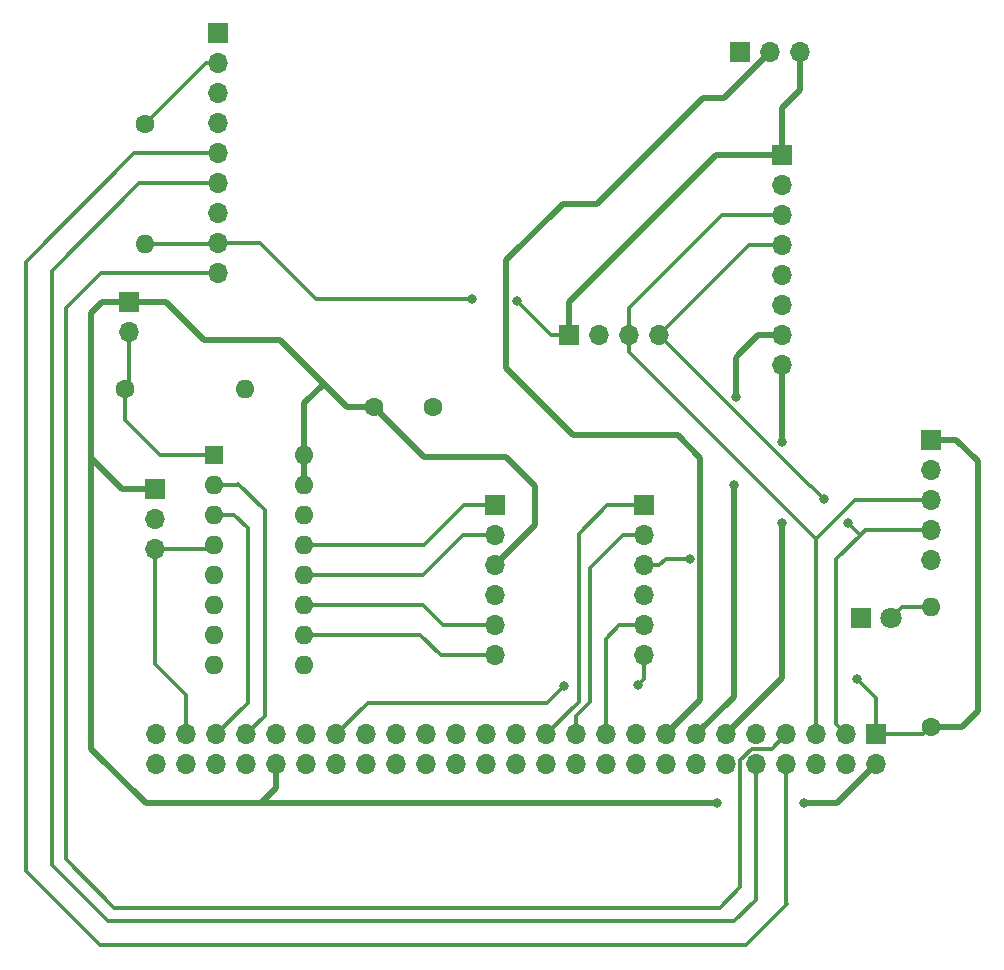
<source format=gbr>
%TF.GenerationSoftware,KiCad,Pcbnew,(6.0.7)*%
%TF.CreationDate,2023-01-31T14:53:13+03:00*%
%TF.ProjectId,Omarichet Sensor Shield 1.3,4f6d6172-6963-4686-9574-2053656e736f,rev?*%
%TF.SameCoordinates,Original*%
%TF.FileFunction,Copper,L1,Top*%
%TF.FilePolarity,Positive*%
%FSLAX46Y46*%
G04 Gerber Fmt 4.6, Leading zero omitted, Abs format (unit mm)*
G04 Created by KiCad (PCBNEW (6.0.7)) date 2023-01-31 14:53:13*
%MOMM*%
%LPD*%
G01*
G04 APERTURE LIST*
%TA.AperFunction,ComponentPad*%
%ADD10R,1.800000X1.800000*%
%TD*%
%TA.AperFunction,ComponentPad*%
%ADD11C,1.800000*%
%TD*%
%TA.AperFunction,ComponentPad*%
%ADD12C,1.600000*%
%TD*%
%TA.AperFunction,ComponentPad*%
%ADD13O,1.600000X1.600000*%
%TD*%
%TA.AperFunction,ComponentPad*%
%ADD14R,1.600000X1.600000*%
%TD*%
%TA.AperFunction,ComponentPad*%
%ADD15R,1.700000X1.700000*%
%TD*%
%TA.AperFunction,ComponentPad*%
%ADD16O,1.700000X1.700000*%
%TD*%
%TA.AperFunction,ViaPad*%
%ADD17C,0.800000*%
%TD*%
%TA.AperFunction,Conductor*%
%ADD18C,0.500000*%
%TD*%
%TA.AperFunction,Conductor*%
%ADD19C,0.300000*%
%TD*%
G04 APERTURE END LIST*
D10*
%TO.P,D1,1,K*%
%TO.N,GND*%
X158295000Y-119740000D03*
D11*
%TO.P,D1,2,A*%
%TO.N,Net-(D1-Pad2)*%
X160835000Y-119740000D03*
%TD*%
D12*
%TO.P,R2,1*%
%TO.N,/EN*%
X97690000Y-77940000D03*
D13*
%TO.P,R2,2*%
%TO.N,+3.3V*%
X97690000Y-88100000D03*
%TD*%
D14*
%TO.P,U1,1,CH0*%
%TO.N,CH0*%
X103550000Y-105935000D03*
D13*
%TO.P,U1,2,CH1*%
%TO.N,CH1*%
X103550000Y-108475000D03*
%TO.P,U1,3,CH2*%
%TO.N,CH2*%
X103550000Y-111015000D03*
%TO.P,U1,4,CH3*%
%TO.N,CH3*%
X103550000Y-113555000D03*
%TO.P,U1,5,CH4*%
%TO.N,unconnected-(U1-Pad5)*%
X103550000Y-116095000D03*
%TO.P,U1,6,CH5*%
%TO.N,unconnected-(U1-Pad6)*%
X103550000Y-118635000D03*
%TO.P,U1,7,CH6*%
%TO.N,unconnected-(U1-Pad7)*%
X103550000Y-121175000D03*
%TO.P,U1,8,CH7*%
%TO.N,unconnected-(U1-Pad8)*%
X103550000Y-123715000D03*
%TO.P,U1,9,DGND*%
%TO.N,GND*%
X111170000Y-123715000D03*
%TO.P,U1,10,~{CS}/SHDN*%
%TO.N,CS*%
X111170000Y-121175000D03*
%TO.P,U1,11,Din*%
%TO.N,MOSI*%
X111170000Y-118635000D03*
%TO.P,U1,12,Dout*%
%TO.N,MISO*%
X111170000Y-116095000D03*
%TO.P,U1,13,CLK*%
%TO.N,CLK*%
X111170000Y-113555000D03*
%TO.P,U1,14,AGND*%
%TO.N,GND*%
X111170000Y-111015000D03*
%TO.P,U1,15,Vref*%
%TO.N,+5V*%
X111170000Y-108475000D03*
%TO.P,U1,16,Vdd*%
X111170000Y-105935000D03*
%TD*%
D15*
%TO.P,J7,1,Pin_1*%
%TO.N,+5V*%
X98535000Y-108815000D03*
D16*
%TO.P,J7,2,Pin_2*%
%TO.N,GND*%
X98535000Y-111355000D03*
%TO.P,J7,3,Pin_3*%
%TO.N,CH3*%
X98535000Y-113895000D03*
%TD*%
D12*
%TO.P,C1,1*%
%TO.N,+5V*%
X117100000Y-101880000D03*
%TO.P,C1,2*%
%TO.N,GND*%
X122100000Y-101880000D03*
%TD*%
D15*
%TO.P,J1,1,Pin_1*%
%TO.N,+5V*%
X96360000Y-92970000D03*
D16*
%TO.P,J1,2,Pin_2*%
%TO.N,CH0*%
X96360000Y-95510000D03*
%TD*%
D15*
%TO.P,J5,1,Pin_1*%
%TO.N,+3.3V*%
X133610000Y-95795000D03*
D16*
%TO.P,J5,2,Pin_2*%
%TO.N,GND*%
X136150000Y-95795000D03*
%TO.P,J5,3,Pin_3*%
%TO.N,SCL*%
X138690000Y-95795000D03*
%TO.P,J5,4,Pin_4*%
%TO.N,SDA*%
X141230000Y-95795000D03*
%TD*%
D15*
%TO.P,J4,1,Pin_1*%
%TO.N,+3.3V*%
X151625000Y-80565000D03*
D16*
%TO.P,J4,2,Pin_2*%
%TO.N,GND*%
X151625000Y-83105000D03*
%TO.P,J4,3,Pin_3*%
%TO.N,SCL*%
X151625000Y-85645000D03*
%TO.P,J4,4,Pin_4*%
%TO.N,SDA*%
X151625000Y-88185000D03*
%TO.P,J4,5,Pin_5*%
%TO.N,unconnected-(J4-Pad5)*%
X151625000Y-90725000D03*
%TO.P,J4,6,Pin_6*%
%TO.N,unconnected-(J4-Pad6)*%
X151625000Y-93265000D03*
%TO.P,J4,7,Pin_7*%
%TO.N,ADO*%
X151625000Y-95805000D03*
%TO.P,J4,8,Pin_8*%
%TO.N,INT*%
X151625000Y-98345000D03*
%TD*%
D15*
%TO.P,J2,1,Pin_1*%
%TO.N,GND*%
X148080000Y-71850000D03*
D16*
%TO.P,J2,2,Pin_2*%
%TO.N,DHTOUT*%
X150620000Y-71850000D03*
%TO.P,J2,3,Pin_3*%
%TO.N,+3.3V*%
X153160000Y-71850000D03*
%TD*%
D15*
%TO.P,J10,1,Pin_1*%
%TO.N,TXI_CLK*%
X139925000Y-110205000D03*
D16*
%TO.P,J10,2,Pin_2*%
%TO.N,RXO_MISO*%
X139925000Y-112745000D03*
%TO.P,J10,3,Pin_3*%
%TO.N,+3.3V*%
X139925000Y-115285000D03*
%TO.P,J10,4,Pin_4*%
%TO.N,GND*%
X139925000Y-117825000D03*
%TO.P,J10,5,Pin_5*%
%TO.N,RXO1_MOSI*%
X139925000Y-120365000D03*
%TO.P,J10,6,Pin_6*%
%TO.N,TXI1_CS*%
X139925000Y-122905000D03*
%TD*%
D15*
%TO.P,J3,1,Pin_1*%
%TO.N,+3.3V*%
X164275000Y-104680000D03*
D16*
%TO.P,J3,2,Pin_2*%
%TO.N,GND*%
X164275000Y-107220000D03*
%TO.P,J3,3,Pin_3*%
%TO.N,SCL*%
X164275000Y-109760000D03*
%TO.P,J3,4,Pin_4*%
%TO.N,SDA*%
X164275000Y-112300000D03*
%TO.P,J3,5,Pin_5*%
%TO.N,unconnected-(J3-Pad5)*%
X164275000Y-114840000D03*
%TD*%
D15*
%TO.P,J8,1,Pin_1*%
%TO.N,CLK*%
X127340000Y-110210000D03*
D16*
%TO.P,J8,2,Pin_2*%
%TO.N,MISO*%
X127340000Y-112750000D03*
%TO.P,J8,3,Pin_3*%
%TO.N,+5V*%
X127340000Y-115290000D03*
%TO.P,J8,4,Pin_4*%
%TO.N,GND*%
X127340000Y-117830000D03*
%TO.P,J8,5,Pin_5*%
%TO.N,MOSI*%
X127340000Y-120370000D03*
%TO.P,J8,6,Pin_6*%
%TO.N,CS*%
X127340000Y-122910000D03*
%TD*%
D12*
%TO.P,R1,1*%
%TO.N,CH0*%
X95970000Y-100330000D03*
D13*
%TO.P,R1,2*%
%TO.N,GND*%
X106130000Y-100330000D03*
%TD*%
D12*
%TO.P,R3,1*%
%TO.N,+3.3V*%
X164220000Y-128950000D03*
D13*
%TO.P,R3,2*%
%TO.N,Net-(D1-Pad2)*%
X164220000Y-118790000D03*
%TD*%
D15*
%TO.P,J6,1,Pin_1*%
%TO.N,unconnected-(J6-Pad1)*%
X103855000Y-70230000D03*
D16*
%TO.P,J6,2,Pin_2*%
%TO.N,/EN*%
X103855000Y-72770000D03*
%TO.P,J6,3,Pin_3*%
%TO.N,unconnected-(J6-Pad3)*%
X103855000Y-75310000D03*
%TO.P,J6,4,Pin_4*%
%TO.N,unconnected-(J6-Pad4)*%
X103855000Y-77850000D03*
%TO.P,J6,5,Pin_5*%
%TO.N,TX*%
X103855000Y-80390000D03*
%TO.P,J6,6,Pin_6*%
%TO.N,RX*%
X103855000Y-82930000D03*
%TO.P,J6,7,Pin_7*%
%TO.N,GND*%
X103855000Y-85470000D03*
%TO.P,J6,8,Pin_8*%
%TO.N,+3.3V*%
X103855000Y-88010000D03*
%TO.P,J6,9,Pin_9*%
%TO.N,PPS*%
X103855000Y-90550000D03*
%TD*%
D15*
%TO.P,J9,1,Pin_1*%
%TO.N,+3.3V*%
X159590000Y-129590000D03*
D16*
%TO.P,J9,2,Pin_2*%
%TO.N,+5V*%
X159590000Y-132130000D03*
%TO.P,J9,3,Pin_3*%
%TO.N,SDA*%
X157050000Y-129590000D03*
%TO.P,J9,4,Pin_4*%
%TO.N,unconnected-(J9-Pad4)*%
X157050000Y-132130000D03*
%TO.P,J9,5,Pin_5*%
%TO.N,SCL*%
X154510000Y-129590000D03*
%TO.P,J9,6,Pin_6*%
%TO.N,GND*%
X154510000Y-132130000D03*
%TO.P,J9,7,Pin_7*%
%TO.N,PPS*%
X151970000Y-129590000D03*
%TO.P,J9,8,Pin_8*%
%TO.N,TX*%
X151970000Y-132130000D03*
%TO.P,J9,9,Pin_9*%
%TO.N,GND*%
X149430000Y-129590000D03*
%TO.P,J9,10,Pin_10*%
%TO.N,RX*%
X149430000Y-132130000D03*
%TO.P,J9,11,Pin_11*%
%TO.N,INT*%
X146890000Y-129590000D03*
%TO.P,J9,12,Pin_12*%
%TO.N,unconnected-(J9-Pad12)*%
X146890000Y-132130000D03*
%TO.P,J9,13,Pin_13*%
%TO.N,ADO*%
X144350000Y-129590000D03*
%TO.P,J9,14,Pin_14*%
%TO.N,unconnected-(J9-Pad14)*%
X144350000Y-132130000D03*
%TO.P,J9,15,Pin_15*%
%TO.N,DHTOUT*%
X141810000Y-129590000D03*
%TO.P,J9,16,Pin_16*%
%TO.N,unconnected-(J9-Pad16)*%
X141810000Y-132130000D03*
%TO.P,J9,17,Pin_17*%
%TO.N,unconnected-(J9-Pad17)*%
X139270000Y-129590000D03*
%TO.P,J9,18,Pin_18*%
%TO.N,unconnected-(J9-Pad18)*%
X139270000Y-132130000D03*
%TO.P,J9,19,Pin_19*%
%TO.N,RXO1_MOSI*%
X136730000Y-129590000D03*
%TO.P,J9,20,Pin_20*%
%TO.N,unconnected-(J9-Pad20)*%
X136730000Y-132130000D03*
%TO.P,J9,21,Pin_21*%
%TO.N,RXO_MISO*%
X134190000Y-129590000D03*
%TO.P,J9,22,Pin_22*%
%TO.N,unconnected-(J9-Pad22)*%
X134190000Y-132130000D03*
%TO.P,J9,23,Pin_23*%
%TO.N,TXI_CLK*%
X131650000Y-129590000D03*
%TO.P,J9,24,Pin_24*%
%TO.N,unconnected-(J9-Pad24)*%
X131650000Y-132130000D03*
%TO.P,J9,25,Pin_25*%
%TO.N,unconnected-(J9-Pad25)*%
X129110000Y-129590000D03*
%TO.P,J9,26,Pin_26*%
%TO.N,unconnected-(J9-Pad26)*%
X129110000Y-132130000D03*
%TO.P,J9,27,Pin_27*%
%TO.N,unconnected-(J9-Pad27)*%
X126570000Y-129590000D03*
%TO.P,J9,28,Pin_28*%
%TO.N,unconnected-(J9-Pad28)*%
X126570000Y-132130000D03*
%TO.P,J9,29,Pin_29*%
%TO.N,unconnected-(J9-Pad29)*%
X124030000Y-129590000D03*
%TO.P,J9,30,Pin_30*%
%TO.N,unconnected-(J9-Pad30)*%
X124030000Y-132130000D03*
%TO.P,J9,31,Pin_31*%
%TO.N,unconnected-(J9-Pad31)*%
X121490000Y-129590000D03*
%TO.P,J9,32,Pin_32*%
%TO.N,unconnected-(J9-Pad32)*%
X121490000Y-132130000D03*
%TO.P,J9,33,Pin_33*%
%TO.N,unconnected-(J9-Pad33)*%
X118950000Y-129590000D03*
%TO.P,J9,34,Pin_34*%
%TO.N,unconnected-(J9-Pad34)*%
X118950000Y-132130000D03*
%TO.P,J9,35,Pin_35*%
%TO.N,unconnected-(J9-Pad35)*%
X116410000Y-129590000D03*
%TO.P,J9,36,Pin_36*%
%TO.N,unconnected-(J9-Pad36)*%
X116410000Y-132130000D03*
%TO.P,J9,37,Pin_37*%
%TO.N,TXI1_CS*%
X113870000Y-129590000D03*
%TO.P,J9,38,Pin_38*%
%TO.N,unconnected-(J9-Pad38)*%
X113870000Y-132130000D03*
%TO.P,J9,39,Pin_39*%
%TO.N,GND*%
X111330000Y-129590000D03*
%TO.P,J9,40,Pin_40*%
%TO.N,unconnected-(J9-Pad40)*%
X111330000Y-132130000D03*
%TO.P,J9,41,Pin_41*%
%TO.N,GND*%
X108790000Y-129590000D03*
%TO.P,J9,42,Pin_42*%
%TO.N,+5V*%
X108790000Y-132130000D03*
%TO.P,J9,43,Pin_43*%
%TO.N,CH1*%
X106250000Y-129590000D03*
%TO.P,J9,44,Pin_44*%
%TO.N,unconnected-(J9-Pad44)*%
X106250000Y-132130000D03*
%TO.P,J9,45,Pin_45*%
%TO.N,CH2*%
X103710000Y-129590000D03*
%TO.P,J9,46,Pin_46*%
%TO.N,unconnected-(J9-Pad46)*%
X103710000Y-132130000D03*
%TO.P,J9,47,Pin_47*%
%TO.N,CH3*%
X101170000Y-129590000D03*
%TO.P,J9,48,Pin_48*%
%TO.N,unconnected-(J9-Pad48)*%
X101170000Y-132130000D03*
%TO.P,J9,49,Pin_49*%
%TO.N,unconnected-(J9-Pad49)*%
X98630000Y-129590000D03*
%TO.P,J9,50,Pin_50*%
%TO.N,unconnected-(J9-Pad50)*%
X98630000Y-132130000D03*
%TD*%
D17*
%TO.N,+5V*%
X153470000Y-135400000D03*
X146150000Y-135400000D03*
%TO.N,+3.3V*%
X158000000Y-124890000D03*
X143870500Y-114720000D03*
X129210000Y-92930000D03*
X125390000Y-92750000D03*
%TO.N,SDA*%
X157220000Y-111690000D03*
X155140000Y-109650000D03*
%TO.N,ADO*%
X147720000Y-101050000D03*
X147530000Y-108500000D03*
%TO.N,INT*%
X151620000Y-104860000D03*
X151650000Y-111720000D03*
%TO.N,TXI1_CS*%
X133190000Y-125470000D03*
X139400000Y-125430000D03*
%TD*%
D18*
%TO.N,+5V*%
X107530000Y-135400000D02*
X146150000Y-135400000D01*
X130750000Y-108600000D02*
X130750000Y-111880000D01*
X96360000Y-92970000D02*
X99430000Y-92970000D01*
X94070000Y-92970000D02*
X96360000Y-92970000D01*
X156320000Y-135400000D02*
X159590000Y-132130000D01*
X109130000Y-96220000D02*
X112805000Y-99895000D01*
X121340000Y-106120000D02*
X128270000Y-106120000D01*
X111170000Y-105935000D02*
X111170000Y-108475000D01*
X93150000Y-106230000D02*
X93150000Y-93890000D01*
X93150000Y-106230000D02*
X93150000Y-130830000D01*
X95735000Y-108815000D02*
X93150000Y-106230000D01*
X128270000Y-106120000D02*
X130750000Y-108600000D01*
X112805000Y-99895000D02*
X114790000Y-101880000D01*
X112805000Y-99895000D02*
X111170000Y-101530000D01*
X130750000Y-111880000D02*
X127340000Y-115290000D01*
X117100000Y-101880000D02*
X121340000Y-106120000D01*
X111170000Y-101530000D02*
X111170000Y-105935000D01*
X153470000Y-135400000D02*
X156320000Y-135400000D01*
X97750000Y-135430000D02*
X107500000Y-135430000D01*
X108790000Y-134140000D02*
X108790000Y-132130000D01*
X99430000Y-92970000D02*
X102680000Y-96220000D01*
X107500000Y-135430000D02*
X108790000Y-134140000D01*
X107500000Y-135430000D02*
X107530000Y-135400000D01*
X93150000Y-93890000D02*
X94070000Y-92970000D01*
X102680000Y-96220000D02*
X109130000Y-96220000D01*
X98535000Y-108815000D02*
X95735000Y-108815000D01*
X114790000Y-101880000D02*
X117100000Y-101880000D01*
X93150000Y-130830000D02*
X97750000Y-135430000D01*
D19*
%TO.N,CH0*%
X98965000Y-105935000D02*
X103550000Y-105935000D01*
X95970000Y-100330000D02*
X95970000Y-102940000D01*
X96360000Y-99940000D02*
X95970000Y-100330000D01*
X95970000Y-102940000D02*
X98965000Y-105935000D01*
X96360000Y-95510000D02*
X96360000Y-99940000D01*
X96400000Y-99900000D02*
X95970000Y-100330000D01*
D18*
%TO.N,DHTOUT*%
X144720000Y-126680000D02*
X141810000Y-129590000D01*
X144930000Y-75720000D02*
X136000000Y-84650000D01*
X133960000Y-104250000D02*
X142810000Y-104250000D01*
X133100000Y-84650000D02*
X128290000Y-89460000D01*
X150620000Y-71850000D02*
X146750000Y-75720000D01*
X136000000Y-84650000D02*
X133100000Y-84650000D01*
X142810000Y-104250000D02*
X144720000Y-106160000D01*
X146750000Y-75720000D02*
X144930000Y-75720000D01*
X128290000Y-98580000D02*
X133960000Y-104250000D01*
X128290000Y-89460000D02*
X128290000Y-98580000D01*
X144720000Y-106160000D02*
X144720000Y-126680000D01*
D19*
%TO.N,+3.3V*%
X143870500Y-114720000D02*
X141780000Y-114720000D01*
D18*
X164275000Y-104680000D02*
X166390000Y-104680000D01*
D19*
X141215000Y-115285000D02*
X139925000Y-115285000D01*
D18*
X133610000Y-92950000D02*
X133610000Y-95795000D01*
D19*
X125390000Y-92750000D02*
X112170000Y-92750000D01*
X141780000Y-114720000D02*
X141215000Y-115285000D01*
D18*
X153160000Y-71850000D02*
X153160000Y-75010000D01*
D19*
X133610000Y-95795000D02*
X132075000Y-95795000D01*
X97690000Y-88100000D02*
X103765000Y-88100000D01*
D18*
X166870000Y-128950000D02*
X164220000Y-128950000D01*
D19*
X103765000Y-88100000D02*
X103855000Y-88010000D01*
X163580000Y-129590000D02*
X164220000Y-128950000D01*
X132075000Y-95795000D02*
X129210000Y-92930000D01*
X159590000Y-129590000D02*
X163580000Y-129590000D01*
D18*
X145995000Y-80565000D02*
X133610000Y-92950000D01*
X151625000Y-80565000D02*
X145995000Y-80565000D01*
X168190000Y-127630000D02*
X166870000Y-128950000D01*
X151625000Y-76545000D02*
X151625000Y-80565000D01*
X153160000Y-75010000D02*
X151625000Y-76545000D01*
X168190000Y-106480000D02*
X168190000Y-127630000D01*
D19*
X159590000Y-129590000D02*
X159590000Y-126480000D01*
X112170000Y-92750000D02*
X107430000Y-88010000D01*
X159590000Y-126480000D02*
X158000000Y-124890000D01*
X107430000Y-88010000D02*
X103855000Y-88010000D01*
D18*
X166390000Y-104680000D02*
X168190000Y-106480000D01*
D19*
%TO.N,SCL*%
X138690000Y-95795000D02*
X138690000Y-93530000D01*
X138690000Y-93530000D02*
X146575000Y-85645000D01*
X138690000Y-95795000D02*
X138690000Y-97250000D01*
X157820000Y-109760000D02*
X154510000Y-113070000D01*
X138690000Y-97250000D02*
X154510000Y-113070000D01*
X164275000Y-109760000D02*
X157820000Y-109760000D01*
X154510000Y-113070000D02*
X154510000Y-129590000D01*
X146575000Y-85645000D02*
X151625000Y-85645000D01*
%TO.N,SDA*%
X157220000Y-111690000D02*
X158130000Y-112600000D01*
X141230000Y-95795000D02*
X153995000Y-108560000D01*
X156200000Y-114770000D02*
X156200000Y-128740000D01*
X154050000Y-108560000D02*
X155140000Y-109650000D01*
X141230000Y-95795000D02*
X148840000Y-88185000D01*
X158370000Y-112600000D02*
X156200000Y-114770000D01*
X148840000Y-88185000D02*
X151625000Y-88185000D01*
X158130000Y-112600000D02*
X158370000Y-112600000D01*
X164275000Y-112300000D02*
X158670000Y-112300000D01*
X153995000Y-108560000D02*
X154050000Y-108560000D01*
X156200000Y-128740000D02*
X157050000Y-129590000D01*
X158670000Y-112300000D02*
X158370000Y-112600000D01*
D18*
%TO.N,ADO*%
X151625000Y-95805000D02*
X149605000Y-95805000D01*
X147720000Y-97690000D02*
X147720000Y-101050000D01*
X147530000Y-108500000D02*
X147530000Y-126410000D01*
X149605000Y-95805000D02*
X147990000Y-97420000D01*
X147990000Y-97420000D02*
X147720000Y-97690000D01*
X147530000Y-126410000D02*
X144350000Y-129590000D01*
%TO.N,INT*%
X151625000Y-98345000D02*
X151625000Y-104855000D01*
X151625000Y-104855000D02*
X151620000Y-104860000D01*
X151650000Y-124830000D02*
X146890000Y-129590000D01*
X151650000Y-111720000D02*
X151650000Y-124830000D01*
D19*
%TO.N,TX*%
X93850000Y-147440000D02*
X148590000Y-147440000D01*
X87590000Y-141180000D02*
X93850000Y-147440000D01*
X151970000Y-143880000D02*
X151970000Y-132130000D01*
X103855000Y-80390000D02*
X96770000Y-80390000D01*
X152060000Y-143970000D02*
X151970000Y-143880000D01*
X87590000Y-89570000D02*
X87590000Y-141180000D01*
X148590000Y-147440000D02*
X152060000Y-143970000D01*
X96770000Y-80390000D02*
X87590000Y-89570000D01*
%TO.N,RX*%
X103855000Y-82930000D02*
X97220000Y-82930000D01*
X97220000Y-82930000D02*
X89810000Y-90340000D01*
X149430000Y-143580000D02*
X149430000Y-132130000D01*
X89810000Y-90340000D02*
X89810000Y-140670000D01*
X94560000Y-145420000D02*
X147590000Y-145420000D01*
X89810000Y-140670000D02*
X94560000Y-145420000D01*
X147590000Y-145420000D02*
X149430000Y-143580000D01*
%TO.N,PPS*%
X146380000Y-144270000D02*
X148090000Y-142560000D01*
X103855000Y-90550000D02*
X93940000Y-90550000D01*
X95100000Y-144270000D02*
X146380000Y-144270000D01*
X91010000Y-140180000D02*
X95100000Y-144270000D01*
X93940000Y-90550000D02*
X91010000Y-93480000D01*
X91010000Y-93480000D02*
X91010000Y-140180000D01*
X148090000Y-131772943D02*
X149042943Y-130820000D01*
X149042943Y-130820000D02*
X150740000Y-130820000D01*
X148090000Y-142560000D02*
X148090000Y-131772943D01*
X150740000Y-130820000D02*
X151970000Y-129590000D01*
%TO.N,CH3*%
X101170000Y-126280000D02*
X101170000Y-129590000D01*
X98535000Y-113895000D02*
X98535000Y-123645000D01*
X103210000Y-113895000D02*
X103550000Y-113555000D01*
X98535000Y-113895000D02*
X103210000Y-113895000D01*
X98535000Y-123645000D02*
X101170000Y-126280000D01*
%TO.N,CLK*%
X124670000Y-110210000D02*
X127340000Y-110210000D01*
X111170000Y-113555000D02*
X121325000Y-113555000D01*
X121325000Y-113555000D02*
X124670000Y-110210000D01*
%TO.N,MISO*%
X121265000Y-116095000D02*
X124610000Y-112750000D01*
X111170000Y-116095000D02*
X121265000Y-116095000D01*
X124610000Y-112750000D02*
X127340000Y-112750000D01*
%TO.N,MOSI*%
X122940000Y-120370000D02*
X121205000Y-118635000D01*
X127340000Y-120370000D02*
X122940000Y-120370000D01*
X121205000Y-118635000D02*
X111170000Y-118635000D01*
%TO.N,CS*%
X127340000Y-122910000D02*
X122750000Y-122910000D01*
X122750000Y-122910000D02*
X120990000Y-121150000D01*
X120965000Y-121175000D02*
X111170000Y-121175000D01*
X120990000Y-121150000D02*
X120965000Y-121175000D01*
%TO.N,RXO1_MOSI*%
X137855000Y-120365000D02*
X136730000Y-121490000D01*
X139925000Y-120365000D02*
X137855000Y-120365000D01*
X136730000Y-121490000D02*
X136730000Y-129590000D01*
%TO.N,RXO_MISO*%
X134190000Y-128060000D02*
X135410000Y-126840000D01*
X135410000Y-126840000D02*
X135410000Y-115500000D01*
X138165000Y-112745000D02*
X139925000Y-112745000D01*
X135410000Y-115500000D02*
X138165000Y-112745000D01*
X134190000Y-129590000D02*
X134190000Y-128060000D01*
%TO.N,TXI_CLK*%
X134400000Y-112640000D02*
X134400000Y-126840000D01*
X134400000Y-126840000D02*
X131650000Y-129590000D01*
X139925000Y-110205000D02*
X136835000Y-110205000D01*
X136835000Y-110205000D02*
X134400000Y-112640000D01*
%TO.N,TXI1_CS*%
X139925000Y-124905000D02*
X139400000Y-125430000D01*
X117170000Y-126920000D02*
X116540000Y-126920000D01*
X131700000Y-126960000D02*
X117210000Y-126960000D01*
X117210000Y-126960000D02*
X117170000Y-126920000D01*
X116540000Y-126920000D02*
X113870000Y-129590000D01*
X139925000Y-122905000D02*
X139925000Y-124905000D01*
X133190000Y-125470000D02*
X131700000Y-126960000D01*
%TO.N,CH1*%
X105580000Y-108400000D02*
X105505000Y-108475000D01*
X105505000Y-108475000D02*
X103550000Y-108475000D01*
X106250000Y-129590000D02*
X107820000Y-128020000D01*
X107820000Y-110640000D02*
X105580000Y-108400000D01*
X107820000Y-128020000D02*
X107820000Y-110640000D01*
%TO.N,CH2*%
X106370000Y-112130000D02*
X106370000Y-126930000D01*
X103550000Y-111015000D02*
X105255000Y-111015000D01*
X105255000Y-111015000D02*
X106370000Y-112130000D01*
X106370000Y-126930000D02*
X103710000Y-129590000D01*
%TO.N,/EN*%
X102860000Y-72770000D02*
X103855000Y-72770000D01*
X97690000Y-77940000D02*
X102860000Y-72770000D01*
%TO.N,Net-(D1-Pad2)*%
X164220000Y-118790000D02*
X161785000Y-118790000D01*
X161785000Y-118790000D02*
X160835000Y-119740000D01*
%TD*%
M02*

</source>
